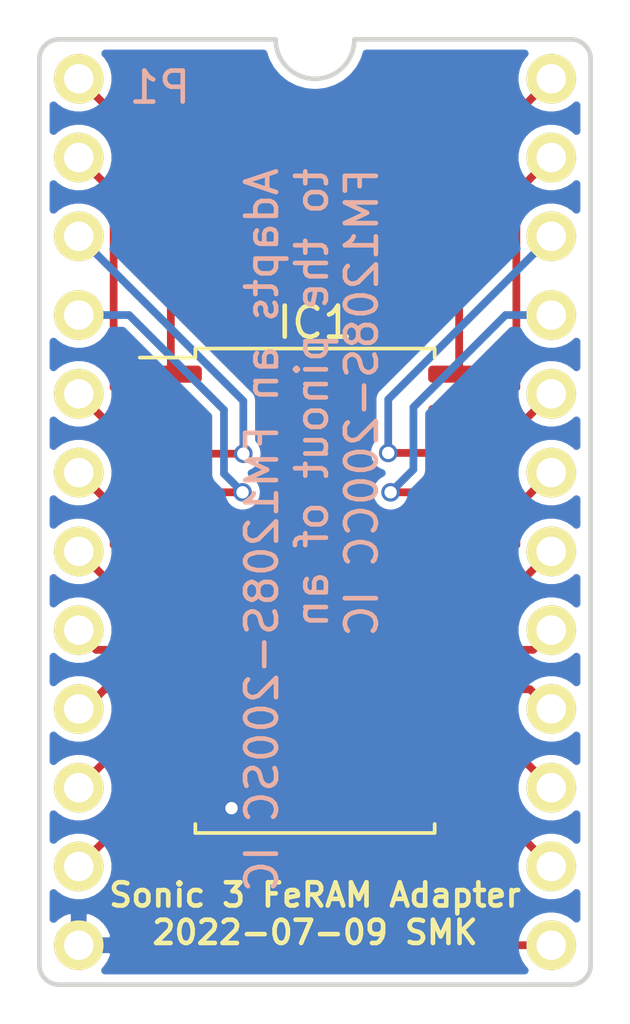
<source format=kicad_pcb>
(kicad_pcb (version 20171130) (host pcbnew 5.1.5+dfsg1-2build2)

  (general
    (thickness 1.6)
    (drawings 12)
    (tracks 86)
    (zones 0)
    (modules 2)
    (nets 25)
  )

  (page A4)
  (layers
    (0 F.Cu signal)
    (31 B.Cu signal)
    (32 B.Adhes user hide)
    (33 F.Adhes user hide)
    (34 B.Paste user hide)
    (35 F.Paste user hide)
    (36 B.SilkS user)
    (37 F.SilkS user)
    (38 B.Mask user hide)
    (39 F.Mask user)
    (40 Dwgs.User user hide)
    (41 Cmts.User user hide)
    (42 Eco1.User user hide)
    (43 Eco2.User user hide)
    (44 Edge.Cuts user hide)
    (45 Margin user hide)
    (46 B.CrtYd user)
    (47 F.CrtYd user)
    (48 B.Fab user hide)
    (49 F.Fab user hide)
  )

  (setup
    (last_trace_width 0.25)
    (trace_clearance 0.2)
    (zone_clearance 0.254)
    (zone_45_only no)
    (trace_min 0.2)
    (via_size 0.6)
    (via_drill 0.4)
    (via_min_size 0.4)
    (via_min_drill 0.3)
    (uvia_size 0.3)
    (uvia_drill 0.1)
    (uvias_allowed no)
    (uvia_min_size 0.2)
    (uvia_min_drill 0.1)
    (edge_width 0.15)
    (segment_width 0.2)
    (pcb_text_width 0.3)
    (pcb_text_size 1.5 1.5)
    (mod_edge_width 0.15)
    (mod_text_size 1 1)
    (mod_text_width 0.15)
    (pad_size 1.6 1.6)
    (pad_drill 0.95)
    (pad_to_mask_clearance 0.0762)
    (aux_axis_origin 0 0)
    (visible_elements FFFFFF7F)
    (pcbplotparams
      (layerselection 0x00030_80000001)
      (usegerberextensions false)
      (usegerberattributes false)
      (usegerberadvancedattributes false)
      (creategerberjobfile false)
      (excludeedgelayer true)
      (linewidth 0.100000)
      (plotframeref false)
      (viasonmask false)
      (mode 1)
      (useauxorigin false)
      (hpglpennumber 1)
      (hpglpenspeed 20)
      (hpglpendiameter 15.000000)
      (psnegative false)
      (psa4output false)
      (plotreference true)
      (plotvalue true)
      (plotinvisibletext false)
      (padsonsilk false)
      (subtractmaskfromsilk false)
      (outputformat 1)
      (mirror false)
      (drillshape 1)
      (scaleselection 1)
      (outputdirectory ""))
  )

  (net 0 "")
  (net 1 GND)
  (net 2 "Net-(IC1-Pad3)")
  (net 3 "Net-(IC1-Pad4)")
  (net 4 "Net-(IC1-Pad5)")
  (net 5 "Net-(IC1-Pad6)")
  (net 6 "Net-(IC1-Pad7)")
  (net 7 "Net-(IC1-Pad8)")
  (net 8 "Net-(IC1-Pad9)")
  (net 9 "Net-(IC1-Pad10)")
  (net 10 "Net-(IC1-Pad11)")
  (net 11 "Net-(IC1-Pad12)")
  (net 12 "Net-(IC1-Pad13)")
  (net 13 "Net-(IC1-Pad15)")
  (net 14 "Net-(IC1-Pad16)")
  (net 15 "Net-(IC1-Pad17)")
  (net 16 "Net-(IC1-Pad18)")
  (net 17 "Net-(IC1-Pad19)")
  (net 18 "Net-(IC1-Pad20)")
  (net 19 "Net-(IC1-Pad22)")
  (net 20 "Net-(IC1-Pad25)")
  (net 21 "Net-(IC1-Pad27)")
  (net 22 +5V)
  (net 23 "Net-(P1-Pad19)")
  (net 24 "Net-(P1-Pad22)")

  (net_class Default "This is the default net class."
    (clearance 0.2)
    (trace_width 0.25)
    (via_dia 0.6)
    (via_drill 0.4)
    (uvia_dia 0.3)
    (uvia_drill 0.1)
    (add_net +5V)
    (add_net GND)
    (add_net "Net-(IC1-Pad10)")
    (add_net "Net-(IC1-Pad11)")
    (add_net "Net-(IC1-Pad12)")
    (add_net "Net-(IC1-Pad13)")
    (add_net "Net-(IC1-Pad15)")
    (add_net "Net-(IC1-Pad16)")
    (add_net "Net-(IC1-Pad17)")
    (add_net "Net-(IC1-Pad18)")
    (add_net "Net-(IC1-Pad19)")
    (add_net "Net-(IC1-Pad20)")
    (add_net "Net-(IC1-Pad22)")
    (add_net "Net-(IC1-Pad25)")
    (add_net "Net-(IC1-Pad27)")
    (add_net "Net-(IC1-Pad3)")
    (add_net "Net-(IC1-Pad4)")
    (add_net "Net-(IC1-Pad5)")
    (add_net "Net-(IC1-Pad6)")
    (add_net "Net-(IC1-Pad7)")
    (add_net "Net-(IC1-Pad8)")
    (add_net "Net-(IC1-Pad9)")
    (add_net "Net-(P1-Pad19)")
    (add_net "Net-(P1-Pad22)")
  )

  (module Housings_DIP:DIP-24_W15.24mm (layer F.Cu) (tedit 57DC65B6) (tstamp 57C88CFF)
    (at 68.58 62.23)
    (descr "24-lead dip package, row spacing 15.24 mm (600 mils)")
    (tags "dil dip 2.54 600")
    (path /57C84E85)
    (fp_text reference P1 (at 2.6162 0.2794) (layer B.SilkS)
      (effects (font (size 1 1) (thickness 0.15)) (justify mirror))
    )
    (fp_text value CONN_02X12 (at 0 -3.72) (layer F.Fab)
      (effects (font (size 1 1) (thickness 0.15)))
    )
    (fp_line (start -1.05 -2.45) (end -1.05 30.4) (layer F.CrtYd) (width 0.05))
    (fp_line (start 16.3 -2.45) (end 16.3 30.4) (layer F.CrtYd) (width 0.05))
    (fp_line (start -1.05 -2.45) (end 16.3 -2.45) (layer F.CrtYd) (width 0.05))
    (fp_line (start -1.05 30.4) (end 16.3 30.4) (layer F.CrtYd) (width 0.05))
    (pad 1 thru_hole oval (at 0 0) (size 1.6 1.6) (drill 0.95) (layers *.Cu *.Mask F.SilkS)
      (net 2 "Net-(IC1-Pad3)"))
    (pad 2 thru_hole oval (at 0 2.54) (size 1.6 1.6) (drill 0.95) (layers *.Cu *.Mask F.SilkS)
      (net 3 "Net-(IC1-Pad4)"))
    (pad 3 thru_hole oval (at 0 5.08) (size 1.6 1.6) (drill 0.95) (layers *.Cu *.Mask F.SilkS)
      (net 4 "Net-(IC1-Pad5)"))
    (pad 4 thru_hole oval (at 0 7.62) (size 1.6 1.6) (drill 0.95) (layers *.Cu *.Mask F.SilkS)
      (net 5 "Net-(IC1-Pad6)"))
    (pad 5 thru_hole oval (at 0 10.16) (size 1.6 1.6) (drill 0.95) (layers *.Cu *.Mask F.SilkS)
      (net 6 "Net-(IC1-Pad7)"))
    (pad 6 thru_hole oval (at 0 12.7) (size 1.6 1.6) (drill 0.95) (layers *.Cu *.Mask F.SilkS)
      (net 7 "Net-(IC1-Pad8)"))
    (pad 7 thru_hole oval (at 0 15.24) (size 1.6 1.6) (drill 0.95) (layers *.Cu *.Mask F.SilkS)
      (net 8 "Net-(IC1-Pad9)"))
    (pad 8 thru_hole oval (at 0 17.78) (size 1.6 1.6) (drill 0.95) (layers *.Cu *.Mask F.SilkS)
      (net 9 "Net-(IC1-Pad10)"))
    (pad 9 thru_hole oval (at 0 20.32) (size 1.6 1.6) (drill 0.95) (layers *.Cu *.Mask F.SilkS)
      (net 10 "Net-(IC1-Pad11)"))
    (pad 10 thru_hole oval (at 0 22.86) (size 1.6 1.6) (drill 0.95) (layers *.Cu *.Mask F.SilkS)
      (net 11 "Net-(IC1-Pad12)"))
    (pad 11 thru_hole oval (at 0 25.4) (size 1.6 1.6) (drill 0.95) (layers *.Cu *.Mask F.SilkS)
      (net 12 "Net-(IC1-Pad13)"))
    (pad 12 thru_hole oval (at 0 27.94) (size 1.6 1.6) (drill 0.95) (layers *.Cu *.Mask F.SilkS)
      (net 1 GND))
    (pad 13 thru_hole oval (at 15.24 27.94) (size 1.6 1.6) (drill 0.95) (layers *.Cu *.Mask F.SilkS)
      (net 13 "Net-(IC1-Pad15)"))
    (pad 14 thru_hole oval (at 15.24 25.4) (size 1.6 1.6) (drill 0.95) (layers *.Cu *.Mask F.SilkS)
      (net 14 "Net-(IC1-Pad16)"))
    (pad 15 thru_hole oval (at 15.24 22.86) (size 1.6 1.6) (drill 0.95) (layers *.Cu *.Mask F.SilkS)
      (net 15 "Net-(IC1-Pad17)"))
    (pad 16 thru_hole oval (at 15.24 20.32) (size 1.6 1.6) (drill 0.95) (layers *.Cu *.Mask F.SilkS)
      (net 16 "Net-(IC1-Pad18)"))
    (pad 17 thru_hole oval (at 15.24 17.78) (size 1.6 1.6) (drill 0.95) (layers *.Cu *.Mask F.SilkS)
      (net 17 "Net-(IC1-Pad19)"))
    (pad 18 thru_hole oval (at 15.24 15.24) (size 1.6 1.6) (drill 0.95) (layers *.Cu *.Mask F.SilkS)
      (net 18 "Net-(IC1-Pad20)"))
    (pad 19 thru_hole oval (at 15.24 12.7) (size 1.6 1.6) (drill 0.95) (layers *.Cu *.Mask F.SilkS)
      (net 23 "Net-(P1-Pad19)"))
    (pad 20 thru_hole oval (at 15.24 10.16) (size 1.6 1.6) (drill 0.95) (layers *.Cu *.Mask F.SilkS)
      (net 19 "Net-(IC1-Pad22)"))
    (pad 21 thru_hole oval (at 15.24 7.62) (size 1.6 1.6) (drill 0.95) (layers *.Cu *.Mask F.SilkS)
      (net 21 "Net-(IC1-Pad27)"))
    (pad 22 thru_hole oval (at 15.24 5.08) (size 1.6 1.6) (drill 0.95) (layers *.Cu *.Mask F.SilkS)
      (net 24 "Net-(P1-Pad22)"))
    (pad 23 thru_hole oval (at 15.24 2.54) (size 1.6 1.6) (drill 0.95) (layers *.Cu *.Mask F.SilkS)
      (net 20 "Net-(IC1-Pad25)"))
    (pad 24 thru_hole oval (at 15.24 0) (size 1.6 1.6) (drill 0.95) (layers *.Cu *.Mask F.SilkS)
      (net 22 +5V))
    (model Pin_Headers.3dshapes/Pin_Header_Straight_1x12.wrl
      (offset (xyz 0 -13.96999979019165 -1.523999977111816))
      (scale (xyz 1 1 1))
      (rotate (xyz 0 180 90))
    )
    (model Pin_Headers.3dshapes/Pin_Header_Straight_1x12.wrl
      (offset (xyz 15.23999977111816 -13.96999979019165 -1.523999977111816))
      (scale (xyz 1 1 1))
      (rotate (xyz 0 180 90))
    )
  )

  (module Package_SO:SOP-24_7.5x15.4mm_P1.27mm (layer F.Cu) (tedit 5D9F72B1) (tstamp 62C974BE)
    (at 76.2 78.74)
    (descr "SOP, 24 Pin (http://www.issi.com/WW/pdf/31FL3218.pdf#page=14), generated with kicad-footprint-generator ipc_gullwing_generator.py")
    (tags "SOP SO")
    (attr smd)
    (fp_text reference IC1 (at 0 -8.65) (layer F.SilkS)
      (effects (font (size 1 1) (thickness 0.15)))
    )
    (fp_text value SOP-24_7.5x15.4mm_P1.27mm (at 0 8.65) (layer F.Fab)
      (effects (font (size 1 1) (thickness 0.15)))
    )
    (fp_text user %R (at 0 0) (layer F.Fab)
      (effects (font (size 1 1) (thickness 0.15)))
    )
    (fp_line (start 5.9 -7.95) (end -5.9 -7.95) (layer F.CrtYd) (width 0.05))
    (fp_line (start 5.9 7.95) (end 5.9 -7.95) (layer F.CrtYd) (width 0.05))
    (fp_line (start -5.9 7.95) (end 5.9 7.95) (layer F.CrtYd) (width 0.05))
    (fp_line (start -5.9 -7.95) (end -5.9 7.95) (layer F.CrtYd) (width 0.05))
    (fp_line (start -3.75 -6.7) (end -2.75 -7.7) (layer F.Fab) (width 0.1))
    (fp_line (start -3.75 7.7) (end -3.75 -6.7) (layer F.Fab) (width 0.1))
    (fp_line (start 3.75 7.7) (end -3.75 7.7) (layer F.Fab) (width 0.1))
    (fp_line (start 3.75 -7.7) (end 3.75 7.7) (layer F.Fab) (width 0.1))
    (fp_line (start -2.75 -7.7) (end 3.75 -7.7) (layer F.Fab) (width 0.1))
    (fp_line (start -3.86 -7.52) (end -5.65 -7.52) (layer F.SilkS) (width 0.12))
    (fp_line (start -3.86 -7.81) (end -3.86 -7.52) (layer F.SilkS) (width 0.12))
    (fp_line (start 0 -7.81) (end -3.86 -7.81) (layer F.SilkS) (width 0.12))
    (fp_line (start 3.86 -7.81) (end 3.86 -7.52) (layer F.SilkS) (width 0.12))
    (fp_line (start 0 -7.81) (end 3.86 -7.81) (layer F.SilkS) (width 0.12))
    (fp_line (start -3.86 7.81) (end -3.86 7.52) (layer F.SilkS) (width 0.12))
    (fp_line (start 0 7.81) (end -3.86 7.81) (layer F.SilkS) (width 0.12))
    (fp_line (start 3.86 7.81) (end 3.86 7.52) (layer F.SilkS) (width 0.12))
    (fp_line (start 0 7.81) (end 3.86 7.81) (layer F.SilkS) (width 0.12))
    (pad 24 smd roundrect (at 4.65 -6.985) (size 2 0.55) (layers F.Cu F.Paste F.Mask) (roundrect_rratio 0.25)
      (net 22 +5V))
    (pad 23 smd roundrect (at 4.65 -5.715) (size 2 0.55) (layers F.Cu F.Paste F.Mask) (roundrect_rratio 0.25)
      (net 20 "Net-(IC1-Pad25)"))
    (pad 22 smd roundrect (at 4.65 -4.445) (size 2 0.55) (layers F.Cu F.Paste F.Mask) (roundrect_rratio 0.25)
      (net 24 "Net-(P1-Pad22)"))
    (pad 21 smd roundrect (at 4.65 -3.175) (size 2 0.55) (layers F.Cu F.Paste F.Mask) (roundrect_rratio 0.25)
      (net 21 "Net-(IC1-Pad27)"))
    (pad 20 smd roundrect (at 4.65 -1.905) (size 2 0.55) (layers F.Cu F.Paste F.Mask) (roundrect_rratio 0.25)
      (net 19 "Net-(IC1-Pad22)"))
    (pad 19 smd roundrect (at 4.65 -0.635) (size 2 0.55) (layers F.Cu F.Paste F.Mask) (roundrect_rratio 0.25)
      (net 23 "Net-(P1-Pad19)"))
    (pad 18 smd roundrect (at 4.65 0.635) (size 2 0.55) (layers F.Cu F.Paste F.Mask) (roundrect_rratio 0.25)
      (net 18 "Net-(IC1-Pad20)"))
    (pad 17 smd roundrect (at 4.65 1.905) (size 2 0.55) (layers F.Cu F.Paste F.Mask) (roundrect_rratio 0.25)
      (net 17 "Net-(IC1-Pad19)"))
    (pad 16 smd roundrect (at 4.65 3.175) (size 2 0.55) (layers F.Cu F.Paste F.Mask) (roundrect_rratio 0.25)
      (net 16 "Net-(IC1-Pad18)"))
    (pad 15 smd roundrect (at 4.65 4.445) (size 2 0.55) (layers F.Cu F.Paste F.Mask) (roundrect_rratio 0.25)
      (net 15 "Net-(IC1-Pad17)"))
    (pad 14 smd roundrect (at 4.65 5.715) (size 2 0.55) (layers F.Cu F.Paste F.Mask) (roundrect_rratio 0.25)
      (net 14 "Net-(IC1-Pad16)"))
    (pad 13 smd roundrect (at 4.65 6.985) (size 2 0.55) (layers F.Cu F.Paste F.Mask) (roundrect_rratio 0.25)
      (net 13 "Net-(IC1-Pad15)"))
    (pad 12 smd roundrect (at -4.65 6.985) (size 2 0.55) (layers F.Cu F.Paste F.Mask) (roundrect_rratio 0.25)
      (net 1 GND))
    (pad 11 smd roundrect (at -4.65 5.715) (size 2 0.55) (layers F.Cu F.Paste F.Mask) (roundrect_rratio 0.25)
      (net 12 "Net-(IC1-Pad13)"))
    (pad 10 smd roundrect (at -4.65 4.445) (size 2 0.55) (layers F.Cu F.Paste F.Mask) (roundrect_rratio 0.25)
      (net 11 "Net-(IC1-Pad12)"))
    (pad 9 smd roundrect (at -4.65 3.175) (size 2 0.55) (layers F.Cu F.Paste F.Mask) (roundrect_rratio 0.25)
      (net 10 "Net-(IC1-Pad11)"))
    (pad 8 smd roundrect (at -4.65 1.905) (size 2 0.55) (layers F.Cu F.Paste F.Mask) (roundrect_rratio 0.25)
      (net 9 "Net-(IC1-Pad10)"))
    (pad 7 smd roundrect (at -4.65 0.635) (size 2 0.55) (layers F.Cu F.Paste F.Mask) (roundrect_rratio 0.25)
      (net 8 "Net-(IC1-Pad9)"))
    (pad 6 smd roundrect (at -4.65 -0.635) (size 2 0.55) (layers F.Cu F.Paste F.Mask) (roundrect_rratio 0.25)
      (net 7 "Net-(IC1-Pad8)"))
    (pad 5 smd roundrect (at -4.65 -1.905) (size 2 0.55) (layers F.Cu F.Paste F.Mask) (roundrect_rratio 0.25)
      (net 6 "Net-(IC1-Pad7)"))
    (pad 4 smd roundrect (at -4.65 -3.175) (size 2 0.55) (layers F.Cu F.Paste F.Mask) (roundrect_rratio 0.25)
      (net 5 "Net-(IC1-Pad6)"))
    (pad 3 smd roundrect (at -4.65 -4.445) (size 2 0.55) (layers F.Cu F.Paste F.Mask) (roundrect_rratio 0.25)
      (net 4 "Net-(IC1-Pad5)"))
    (pad 2 smd roundrect (at -4.65 -5.715) (size 2 0.55) (layers F.Cu F.Paste F.Mask) (roundrect_rratio 0.25)
      (net 3 "Net-(IC1-Pad4)"))
    (pad 1 smd roundrect (at -4.65 -6.985) (size 2 0.55) (layers F.Cu F.Paste F.Mask) (roundrect_rratio 0.25)
      (net 2 "Net-(IC1-Pad3)"))
    (model ${KISYS3DMOD}/Package_SO.3dshapes/SOP-24_7.5x15.4mm_P1.27mm.wrl
      (at (xyz 0 0 0))
      (scale (xyz 1 1 1))
      (rotate (xyz 0 0 0))
    )
  )

  (gr_text "Adapts an FM1208S-200SC IC \nto the pinout of an \nFM1208S-200CC IC" (at 76.0984 65.024 90) (layer B.SilkS)
    (effects (font (size 1 1) (thickness 0.15)) (justify left mirror))
  )
  (gr_text "Sonic 3 FeRAM Adapter\n2022-07-09 SMK" (at 76.2 89.154) (layer F.SilkS)
    (effects (font (size 0.75 0.75) (thickness 0.15)))
  )
  (gr_arc (start 67.945 90.805) (end 67.945 91.44) (angle 90) (layer Edge.Cuts) (width 0.15))
  (gr_arc (start 84.455 90.805) (end 85.09 90.805) (angle 90) (layer Edge.Cuts) (width 0.15))
  (gr_arc (start 84.455 61.595) (end 84.455 60.96) (angle 90) (layer Edge.Cuts) (width 0.15))
  (gr_arc (start 67.945 61.595) (end 67.31 61.595) (angle 90) (layer Edge.Cuts) (width 0.15))
  (gr_arc (start 76.2 60.96) (end 77.47 60.96) (angle 180) (layer Edge.Cuts) (width 0.15))
  (gr_line (start 77.47 60.96) (end 84.455 60.96) (layer Edge.Cuts) (width 0.15) (tstamp 57C89001))
  (gr_line (start 67.31 90.805) (end 67.31 61.595) (layer Edge.Cuts) (width 0.15))
  (gr_line (start 84.455 91.44) (end 67.945 91.44) (layer Edge.Cuts) (width 0.15))
  (gr_line (start 85.09 61.595) (end 85.09 90.805) (layer Edge.Cuts) (width 0.15))
  (gr_line (start 67.945 60.96) (end 74.93 60.96) (layer Edge.Cuts) (width 0.15))

  (via (at 73.5076 85.7504) (size 0.6) (drill 0.4) (layers F.Cu B.Cu) (net 1))
  (segment (start 73.4822 85.725) (end 73.5076 85.7504) (width 0.25) (layer F.Cu) (net 1))
  (segment (start 71.55 85.725) (end 73.4822 85.725) (width 0.25) (layer F.Cu) (net 1))
  (segment (start 71.55 65.2) (end 71.55 71.755) (width 0.25) (layer F.Cu) (net 2))
  (segment (start 68.58 62.23) (end 71.55 65.2) (width 0.25) (layer F.Cu) (net 2))
  (segment (start 70.55 73.025) (end 71.55 73.025) (width 0.25) (layer F.Cu) (net 3))
  (segment (start 69.705001 72.180001) (end 70.55 73.025) (width 0.25) (layer F.Cu) (net 3))
  (segment (start 69.705001 65.895001) (end 69.705001 72.180001) (width 0.25) (layer F.Cu) (net 3))
  (segment (start 68.58 64.77) (end 69.705001 65.895001) (width 0.25) (layer F.Cu) (net 3))
  (via (at 73.8886 74.3204) (size 0.6) (drill 0.4) (layers F.Cu B.Cu) (net 4))
  (segment (start 73.8886 72.6186) (end 73.8886 74.3204) (width 0.25) (layer B.Cu) (net 4))
  (segment (start 68.58 67.31) (end 73.8886 72.6186) (width 0.25) (layer B.Cu) (net 4))
  (segment (start 71.5754 74.3204) (end 71.55 74.295) (width 0.25) (layer F.Cu) (net 4))
  (segment (start 73.8886 74.3204) (end 71.5754 74.3204) (width 0.25) (layer F.Cu) (net 4))
  (via (at 73.8632 75.565) (size 0.6) (drill 0.4) (layers F.Cu B.Cu) (net 5))
  (segment (start 73.8632 75.565) (end 71.55 75.565) (width 0.25) (layer F.Cu) (net 5))
  (segment (start 73.263599 74.965399) (end 73.263599 72.907999) (width 0.25) (layer B.Cu) (net 5))
  (segment (start 73.8632 75.565) (end 73.263599 74.965399) (width 0.25) (layer B.Cu) (net 5))
  (segment (start 70.2056 69.85) (end 68.58 69.85) (width 0.25) (layer B.Cu) (net 5))
  (segment (start 73.263599 72.907999) (end 70.2056 69.85) (width 0.25) (layer B.Cu) (net 5))
  (segment (start 70.22499 76.50999) (end 70.55 76.835) (width 0.25) (layer F.Cu) (net 6))
  (segment (start 70.55 76.835) (end 71.55 76.835) (width 0.25) (layer F.Cu) (net 6))
  (segment (start 70.22499 74.03499) (end 70.22499 76.50999) (width 0.25) (layer F.Cu) (net 6))
  (segment (start 68.58 72.39) (end 70.22499 74.03499) (width 0.25) (layer F.Cu) (net 6))
  (segment (start 70.55 78.105) (end 71.55 78.105) (width 0.25) (layer F.Cu) (net 7))
  (segment (start 69.705001 77.260001) (end 70.55 78.105) (width 0.25) (layer F.Cu) (net 7))
  (segment (start 69.705001 76.055001) (end 69.705001 77.260001) (width 0.25) (layer F.Cu) (net 7))
  (segment (start 68.58 74.93) (end 69.705001 76.055001) (width 0.25) (layer F.Cu) (net 7))
  (segment (start 70.485 79.375) (end 71.55 79.375) (width 0.25) (layer F.Cu) (net 8))
  (segment (start 68.58 77.47) (end 70.485 79.375) (width 0.25) (layer F.Cu) (net 8))
  (segment (start 68.58 80.01) (end 68.58 80.0862) (width 0.25) (layer F.Cu) (net 9))
  (segment (start 69.1388 80.645) (end 71.55 80.645) (width 0.25) (layer F.Cu) (net 9))
  (segment (start 68.58 80.0862) (end 69.1388 80.645) (width 0.25) (layer F.Cu) (net 9))
  (segment (start 68.58 82.55) (end 68.7832 82.55) (width 0.25) (layer F.Cu) (net 10))
  (segment (start 69.4182 81.915) (end 71.55 81.915) (width 0.25) (layer F.Cu) (net 10))
  (segment (start 68.7832 82.55) (end 69.4182 81.915) (width 0.25) (layer F.Cu) (net 10))
  (segment (start 70.485 83.185) (end 71.55 83.185) (width 0.25) (layer F.Cu) (net 11))
  (segment (start 68.58 85.09) (end 70.485 83.185) (width 0.25) (layer F.Cu) (net 11))
  (segment (start 71.275 84.73) (end 71.55 84.455) (width 0.25) (layer F.Cu) (net 12))
  (segment (start 70.890912 84.73) (end 71.275 84.73) (width 0.25) (layer F.Cu) (net 12))
  (segment (start 69.379999 86.240913) (end 70.890912 84.73) (width 0.25) (layer F.Cu) (net 12))
  (segment (start 69.379999 86.830001) (end 69.379999 86.240913) (width 0.25) (layer F.Cu) (net 12))
  (segment (start 68.58 87.63) (end 69.379999 86.830001) (width 0.25) (layer F.Cu) (net 12))
  (segment (start 80.85 86) (end 80.85 85.725) (width 0.25) (layer F.Cu) (net 13))
  (segment (start 80.85 88.33137) (end 80.85 86) (width 0.25) (layer F.Cu) (net 13))
  (segment (start 82.68863 90.17) (end 80.85 88.33137) (width 0.25) (layer F.Cu) (net 13))
  (segment (start 83.82 90.17) (end 82.68863 90.17) (width 0.25) (layer F.Cu) (net 13))
  (segment (start 81.125 84.73) (end 80.85 84.455) (width 0.25) (layer F.Cu) (net 14))
  (segment (start 81.509088 84.73) (end 81.125 84.73) (width 0.25) (layer F.Cu) (net 14))
  (segment (start 83.020001 86.240913) (end 81.509088 84.73) (width 0.25) (layer F.Cu) (net 14))
  (segment (start 83.020001 86.830001) (end 83.020001 86.240913) (width 0.25) (layer F.Cu) (net 14))
  (segment (start 83.82 87.63) (end 83.020001 86.830001) (width 0.25) (layer F.Cu) (net 14))
  (segment (start 81.915 83.185) (end 80.85 83.185) (width 0.25) (layer F.Cu) (net 15))
  (segment (start 83.82 85.09) (end 81.915 83.185) (width 0.25) (layer F.Cu) (net 15))
  (segment (start 83.82 82.55) (end 83.7692 82.55) (width 0.25) (layer F.Cu) (net 16))
  (segment (start 83.1342 81.915) (end 80.85 81.915) (width 0.25) (layer F.Cu) (net 16))
  (segment (start 83.7692 82.55) (end 83.1342 81.915) (width 0.25) (layer F.Cu) (net 16))
  (segment (start 83.82 80.01) (end 83.82 80.0608) (width 0.25) (layer F.Cu) (net 17))
  (segment (start 83.2358 80.645) (end 80.85 80.645) (width 0.25) (layer F.Cu) (net 17))
  (segment (start 83.82 80.0608) (end 83.2358 80.645) (width 0.25) (layer F.Cu) (net 17))
  (segment (start 81.915 79.375) (end 80.85 79.375) (width 0.25) (layer F.Cu) (net 18))
  (segment (start 83.82 77.47) (end 81.915 79.375) (width 0.25) (layer F.Cu) (net 18))
  (segment (start 81.85 76.835) (end 80.85 76.835) (width 0.25) (layer F.Cu) (net 19))
  (segment (start 82.17501 76.50999) (end 81.85 76.835) (width 0.25) (layer F.Cu) (net 19))
  (segment (start 82.17501 74.03499) (end 82.17501 76.50999) (width 0.25) (layer F.Cu) (net 19))
  (segment (start 83.82 72.39) (end 82.17501 74.03499) (width 0.25) (layer F.Cu) (net 19))
  (segment (start 81.85 73.025) (end 80.85 73.025) (width 0.25) (layer F.Cu) (net 20))
  (segment (start 82.694999 72.180001) (end 81.85 73.025) (width 0.25) (layer F.Cu) (net 20))
  (segment (start 82.694999 65.895001) (end 82.694999 72.180001) (width 0.25) (layer F.Cu) (net 20))
  (segment (start 83.82 64.77) (end 82.694999 65.895001) (width 0.25) (layer F.Cu) (net 20))
  (via (at 78.6384 75.565) (size 0.6) (drill 0.4) (layers F.Cu B.Cu) (net 21))
  (segment (start 78.6384 75.565) (end 80.85 75.565) (width 0.25) (layer F.Cu) (net 21))
  (segment (start 78.6384 75.565) (end 79.375 74.8284) (width 0.25) (layer B.Cu) (net 21))
  (segment (start 79.375 74.8284) (end 79.375 72.8218) (width 0.25) (layer B.Cu) (net 21))
  (segment (start 82.3468 69.85) (end 83.82 69.85) (width 0.25) (layer B.Cu) (net 21))
  (segment (start 79.375 72.8218) (end 82.3468 69.85) (width 0.25) (layer B.Cu) (net 21))
  (segment (start 80.85 65.2) (end 80.85 71.755) (width 0.25) (layer F.Cu) (net 22))
  (segment (start 83.82 62.23) (end 80.85 65.2) (width 0.25) (layer F.Cu) (net 22))
  (segment (start 81.85 78.105) (end 80.85 78.105) (width 0.25) (layer F.Cu) (net 23))
  (segment (start 82.694999 77.260001) (end 81.85 78.105) (width 0.25) (layer F.Cu) (net 23))
  (segment (start 82.694999 76.055001) (end 82.694999 77.260001) (width 0.25) (layer F.Cu) (net 23))
  (segment (start 83.82 74.93) (end 82.694999 76.055001) (width 0.25) (layer F.Cu) (net 23))
  (via (at 78.5622 74.295) (size 0.6) (drill 0.4) (layers F.Cu B.Cu) (net 24))
  (segment (start 78.5622 72.5678) (end 78.5622 74.295) (width 0.25) (layer B.Cu) (net 24))
  (segment (start 83.82 67.31) (end 78.5622 72.5678) (width 0.25) (layer B.Cu) (net 24))
  (segment (start 78.5622 74.295) (end 80.85 74.295) (width 0.25) (layer F.Cu) (net 24))

  (zone (net 1) (net_name GND) (layer B.Cu) (tstamp 62C99C31) (hatch edge 0.508)
    (connect_pads (clearance 0.254))
    (min_thickness 0.254)
    (fill yes (arc_segments 16) (thermal_gap 0.254) (thermal_bridge_width 0.508))
    (polygon
      (pts
        (xy 66.04 59.69) (xy 86.36 59.69) (xy 86.36 92.71) (xy 66.04 92.71)
      )
    )
    (filled_polygon
      (pts
        (xy 74.598043 61.598186) (xy 74.614344 61.63622) (xy 74.630074 61.674385) (xy 74.633102 61.679986) (xy 74.75251 61.897188)
        (xy 74.77586 61.93129) (xy 74.798731 61.965714) (xy 74.80279 61.97062) (xy 74.962112 62.160492) (xy 74.991647 62.189415)
        (xy 75.020761 62.218734) (xy 75.02569 62.222752) (xy 75.025697 62.222759) (xy 75.025705 62.222764) (xy 75.218863 62.378069)
        (xy 75.253451 62.400703) (xy 75.287711 62.423812) (xy 75.293322 62.426794) (xy 75.293331 62.4268) (xy 75.29334 62.426804)
        (xy 75.512988 62.541632) (xy 75.551302 62.557112) (xy 75.589406 62.57313) (xy 75.595499 62.574969) (xy 75.595503 62.574971)
        (xy 75.595507 62.574972) (xy 75.833277 62.644952) (xy 75.873901 62.652702) (xy 75.914361 62.661007) (xy 75.920685 62.661627)
        (xy 75.920697 62.661629) (xy 75.920708 62.661629) (xy 76.167538 62.684092) (xy 76.208827 62.683804) (xy 76.250193 62.684093)
        (xy 76.25653 62.683471) (xy 76.256532 62.683471) (xy 76.503033 62.657563) (xy 76.543544 62.649248) (xy 76.584118 62.641508)
        (xy 76.590207 62.63967) (xy 76.590211 62.639669) (xy 76.590214 62.639668) (xy 76.826989 62.566373) (xy 76.865117 62.550346)
        (xy 76.903407 62.534876) (xy 76.909021 62.53189) (xy 76.909031 62.531886) (xy 76.909039 62.531881) (xy 77.127059 62.413998)
        (xy 77.161346 62.390872) (xy 77.195907 62.368256) (xy 77.200832 62.364239) (xy 77.20084 62.364233) (xy 77.200847 62.364226)
        (xy 77.391821 62.206239) (xy 77.420967 62.176889) (xy 77.450471 62.147997) (xy 77.454525 62.143096) (xy 77.454531 62.14309)
        (xy 77.454535 62.143083) (xy 77.611184 61.951013) (xy 77.634043 61.916608) (xy 77.657407 61.882486) (xy 77.660435 61.876885)
        (xy 77.776797 61.658038) (xy 77.792541 61.61984) (xy 77.808828 61.581841) (xy 77.81071 61.575759) (xy 77.858945 61.416)
        (xy 82.963815 61.416) (xy 82.902658 61.477157) (xy 82.773412 61.670587) (xy 82.684386 61.885515) (xy 82.639 62.113682)
        (xy 82.639 62.346318) (xy 82.684386 62.574485) (xy 82.773412 62.789413) (xy 82.902658 62.982843) (xy 83.067157 63.147342)
        (xy 83.260587 63.276588) (xy 83.475515 63.365614) (xy 83.703682 63.411) (xy 83.936318 63.411) (xy 84.164485 63.365614)
        (xy 84.379413 63.276588) (xy 84.572843 63.147342) (xy 84.634 63.086185) (xy 84.634 63.913815) (xy 84.572843 63.852658)
        (xy 84.379413 63.723412) (xy 84.164485 63.634386) (xy 83.936318 63.589) (xy 83.703682 63.589) (xy 83.475515 63.634386)
        (xy 83.260587 63.723412) (xy 83.067157 63.852658) (xy 82.902658 64.017157) (xy 82.773412 64.210587) (xy 82.684386 64.425515)
        (xy 82.639 64.653682) (xy 82.639 64.886318) (xy 82.684386 65.114485) (xy 82.773412 65.329413) (xy 82.902658 65.522843)
        (xy 83.067157 65.687342) (xy 83.260587 65.816588) (xy 83.475515 65.905614) (xy 83.703682 65.951) (xy 83.936318 65.951)
        (xy 84.164485 65.905614) (xy 84.379413 65.816588) (xy 84.572843 65.687342) (xy 84.634 65.626185) (xy 84.634 66.453815)
        (xy 84.572843 66.392658) (xy 84.379413 66.263412) (xy 84.164485 66.174386) (xy 83.936318 66.129) (xy 83.703682 66.129)
        (xy 83.475515 66.174386) (xy 83.260587 66.263412) (xy 83.067157 66.392658) (xy 82.902658 66.557157) (xy 82.773412 66.750587)
        (xy 82.684386 66.965515) (xy 82.639 67.193682) (xy 82.639 67.426318) (xy 82.684386 67.654485) (xy 82.70651 67.707898)
        (xy 78.221985 72.192424) (xy 78.202673 72.208273) (xy 78.139441 72.285321) (xy 78.092455 72.373226) (xy 78.063522 72.468608)
        (xy 78.0562 72.542947) (xy 78.0562 72.542954) (xy 78.053753 72.5678) (xy 78.0562 72.592647) (xy 78.056201 73.83792)
        (xy 78.033233 73.860888) (xy 77.958706 73.972426) (xy 77.907371 74.09636) (xy 77.8812 74.227927) (xy 77.8812 74.362073)
        (xy 77.907371 74.49364) (xy 77.958706 74.617574) (xy 78.033233 74.729112) (xy 78.128088 74.823967) (xy 78.239626 74.898494)
        (xy 78.353788 74.945781) (xy 78.315826 74.961506) (xy 78.204288 75.036033) (xy 78.109433 75.130888) (xy 78.034906 75.242426)
        (xy 77.983571 75.36636) (xy 77.9574 75.497927) (xy 77.9574 75.632073) (xy 77.983571 75.76364) (xy 78.034906 75.887574)
        (xy 78.109433 75.999112) (xy 78.204288 76.093967) (xy 78.315826 76.168494) (xy 78.43976 76.219829) (xy 78.571327 76.246)
        (xy 78.705473 76.246) (xy 78.83704 76.219829) (xy 78.960974 76.168494) (xy 79.072512 76.093967) (xy 79.167367 75.999112)
        (xy 79.241894 75.887574) (xy 79.293229 75.76364) (xy 79.3194 75.632073) (xy 79.3194 75.599591) (xy 79.71522 75.203772)
        (xy 79.734527 75.187927) (xy 79.797759 75.110879) (xy 79.844745 75.022975) (xy 79.873678 74.927593) (xy 79.881 74.853254)
        (xy 79.881 74.853253) (xy 79.883448 74.8284) (xy 79.881 74.803546) (xy 79.881 73.031391) (xy 82.556392 70.356)
        (xy 82.751288 70.356) (xy 82.773412 70.409413) (xy 82.902658 70.602843) (xy 83.067157 70.767342) (xy 83.260587 70.896588)
        (xy 83.475515 70.985614) (xy 83.703682 71.031) (xy 83.936318 71.031) (xy 84.164485 70.985614) (xy 84.379413 70.896588)
        (xy 84.572843 70.767342) (xy 84.634 70.706185) (xy 84.634 71.533815) (xy 84.572843 71.472658) (xy 84.379413 71.343412)
        (xy 84.164485 71.254386) (xy 83.936318 71.209) (xy 83.703682 71.209) (xy 83.475515 71.254386) (xy 83.260587 71.343412)
        (xy 83.067157 71.472658) (xy 82.902658 71.637157) (xy 82.773412 71.830587) (xy 82.684386 72.045515) (xy 82.639 72.273682)
        (xy 82.639 72.506318) (xy 82.684386 72.734485) (xy 82.773412 72.949413) (xy 82.902658 73.142843) (xy 83.067157 73.307342)
        (xy 83.260587 73.436588) (xy 83.475515 73.525614) (xy 83.703682 73.571) (xy 83.936318 73.571) (xy 84.164485 73.525614)
        (xy 84.379413 73.436588) (xy 84.572843 73.307342) (xy 84.634 73.246185) (xy 84.634 74.073815) (xy 84.572843 74.012658)
        (xy 84.379413 73.883412) (xy 84.164485 73.794386) (xy 83.936318 73.749) (xy 83.703682 73.749) (xy 83.475515 73.794386)
        (xy 83.260587 73.883412) (xy 83.067157 74.012658) (xy 82.902658 74.177157) (xy 82.773412 74.370587) (xy 82.684386 74.585515)
        (xy 82.639 74.813682) (xy 82.639 75.046318) (xy 82.684386 75.274485) (xy 82.773412 75.489413) (xy 82.902658 75.682843)
        (xy 83.067157 75.847342) (xy 83.260587 75.976588) (xy 83.475515 76.065614) (xy 83.703682 76.111) (xy 83.936318 76.111)
        (xy 84.164485 76.065614) (xy 84.379413 75.976588) (xy 84.572843 75.847342) (xy 84.634 75.786185) (xy 84.634001 76.613816)
        (xy 84.572843 76.552658) (xy 84.379413 76.423412) (xy 84.164485 76.334386) (xy 83.936318 76.289) (xy 83.703682 76.289)
        (xy 83.475515 76.334386) (xy 83.260587 76.423412) (xy 83.067157 76.552658) (xy 82.902658 76.717157) (xy 82.773412 76.910587)
        (xy 82.684386 77.125515) (xy 82.639 77.353682) (xy 82.639 77.586318) (xy 82.684386 77.814485) (xy 82.773412 78.029413)
        (xy 82.902658 78.222843) (xy 83.067157 78.387342) (xy 83.260587 78.516588) (xy 83.475515 78.605614) (xy 83.703682 78.651)
        (xy 83.936318 78.651) (xy 84.164485 78.605614) (xy 84.379413 78.516588) (xy 84.572843 78.387342) (xy 84.634001 78.326184)
        (xy 84.634001 79.153816) (xy 84.572843 79.092658) (xy 84.379413 78.963412) (xy 84.164485 78.874386) (xy 83.936318 78.829)
        (xy 83.703682 78.829) (xy 83.475515 78.874386) (xy 83.260587 78.963412) (xy 83.067157 79.092658) (xy 82.902658 79.257157)
        (xy 82.773412 79.450587) (xy 82.684386 79.665515) (xy 82.639 79.893682) (xy 82.639 80.126318) (xy 82.684386 80.354485)
        (xy 82.773412 80.569413) (xy 82.902658 80.762843) (xy 83.067157 80.927342) (xy 83.260587 81.056588) (xy 83.475515 81.145614)
        (xy 83.703682 81.191) (xy 83.936318 81.191) (xy 84.164485 81.145614) (xy 84.379413 81.056588) (xy 84.572843 80.927342)
        (xy 84.634001 80.866184) (xy 84.634001 81.693816) (xy 84.572843 81.632658) (xy 84.379413 81.503412) (xy 84.164485 81.414386)
        (xy 83.936318 81.369) (xy 83.703682 81.369) (xy 83.475515 81.414386) (xy 83.260587 81.503412) (xy 83.067157 81.632658)
        (xy 82.902658 81.797157) (xy 82.773412 81.990587) (xy 82.684386 82.205515) (xy 82.639 82.433682) (xy 82.639 82.666318)
        (xy 82.684386 82.894485) (xy 82.773412 83.109413) (xy 82.902658 83.302843) (xy 83.067157 83.467342) (xy 83.260587 83.596588)
        (xy 83.475515 83.685614) (xy 83.703682 83.731) (xy 83.936318 83.731) (xy 84.164485 83.685614) (xy 84.379413 83.596588)
        (xy 84.572843 83.467342) (xy 84.634001 83.406184) (xy 84.634001 84.233816) (xy 84.572843 84.172658) (xy 84.379413 84.043412)
        (xy 84.164485 83.954386) (xy 83.936318 83.909) (xy 83.703682 83.909) (xy 83.475515 83.954386) (xy 83.260587 84.043412)
        (xy 83.067157 84.172658) (xy 82.902658 84.337157) (xy 82.773412 84.530587) (xy 82.684386 84.745515) (xy 82.639 84.973682)
        (xy 82.639 85.206318) (xy 82.684386 85.434485) (xy 82.773412 85.649413) (xy 82.902658 85.842843) (xy 83.067157 86.007342)
        (xy 83.260587 86.136588) (xy 83.475515 86.225614) (xy 83.703682 86.271) (xy 83.936318 86.271) (xy 84.164485 86.225614)
        (xy 84.379413 86.136588) (xy 84.572843 86.007342) (xy 84.634001 85.946184) (xy 84.634001 86.773816) (xy 84.572843 86.712658)
        (xy 84.379413 86.583412) (xy 84.164485 86.494386) (xy 83.936318 86.449) (xy 83.703682 86.449) (xy 83.475515 86.494386)
        (xy 83.260587 86.583412) (xy 83.067157 86.712658) (xy 82.902658 86.877157) (xy 82.773412 87.070587) (xy 82.684386 87.285515)
        (xy 82.639 87.513682) (xy 82.639 87.746318) (xy 82.684386 87.974485) (xy 82.773412 88.189413) (xy 82.902658 88.382843)
        (xy 83.067157 88.547342) (xy 83.260587 88.676588) (xy 83.475515 88.765614) (xy 83.703682 88.811) (xy 83.936318 88.811)
        (xy 84.164485 88.765614) (xy 84.379413 88.676588) (xy 84.572843 88.547342) (xy 84.634001 88.486184) (xy 84.634001 89.313816)
        (xy 84.572843 89.252658) (xy 84.379413 89.123412) (xy 84.164485 89.034386) (xy 83.936318 88.989) (xy 83.703682 88.989)
        (xy 83.475515 89.034386) (xy 83.260587 89.123412) (xy 83.067157 89.252658) (xy 82.902658 89.417157) (xy 82.773412 89.610587)
        (xy 82.684386 89.825515) (xy 82.639 90.053682) (xy 82.639 90.286318) (xy 82.684386 90.514485) (xy 82.773412 90.729413)
        (xy 82.902658 90.922843) (xy 82.963815 90.984) (xy 69.429954 90.984) (xy 69.470278 90.946003) (xy 69.604562 90.757408)
        (xy 69.699473 90.546239) (xy 69.719829 90.479114) (xy 69.658297 90.297) (xy 68.707 90.297) (xy 68.707 90.317)
        (xy 68.453 90.317) (xy 68.453 90.297) (xy 68.433 90.297) (xy 68.433 90.043) (xy 68.453 90.043)
        (xy 68.453 89.091092) (xy 68.707 89.091092) (xy 68.707 90.043) (xy 69.658297 90.043) (xy 69.719829 89.860886)
        (xy 69.699473 89.793761) (xy 69.604562 89.582592) (xy 69.470278 89.393997) (xy 69.301781 89.235223) (xy 69.105546 89.112372)
        (xy 68.889115 89.030165) (xy 68.707 89.091092) (xy 68.453 89.091092) (xy 68.270885 89.030165) (xy 68.054454 89.112372)
        (xy 67.858219 89.235223) (xy 67.766 89.322121) (xy 67.766 88.486185) (xy 67.827157 88.547342) (xy 68.020587 88.676588)
        (xy 68.235515 88.765614) (xy 68.463682 88.811) (xy 68.696318 88.811) (xy 68.924485 88.765614) (xy 69.139413 88.676588)
        (xy 69.332843 88.547342) (xy 69.497342 88.382843) (xy 69.626588 88.189413) (xy 69.715614 87.974485) (xy 69.761 87.746318)
        (xy 69.761 87.513682) (xy 69.715614 87.285515) (xy 69.626588 87.070587) (xy 69.497342 86.877157) (xy 69.332843 86.712658)
        (xy 69.139413 86.583412) (xy 68.924485 86.494386) (xy 68.696318 86.449) (xy 68.463682 86.449) (xy 68.235515 86.494386)
        (xy 68.020587 86.583412) (xy 67.827157 86.712658) (xy 67.766 86.773815) (xy 67.766 85.946185) (xy 67.827157 86.007342)
        (xy 68.020587 86.136588) (xy 68.235515 86.225614) (xy 68.463682 86.271) (xy 68.696318 86.271) (xy 68.924485 86.225614)
        (xy 69.139413 86.136588) (xy 69.332843 86.007342) (xy 69.497342 85.842843) (xy 69.626588 85.649413) (xy 69.715614 85.434485)
        (xy 69.761 85.206318) (xy 69.761 84.973682) (xy 69.715614 84.745515) (xy 69.626588 84.530587) (xy 69.497342 84.337157)
        (xy 69.332843 84.172658) (xy 69.139413 84.043412) (xy 68.924485 83.954386) (xy 68.696318 83.909) (xy 68.463682 83.909)
        (xy 68.235515 83.954386) (xy 68.020587 84.043412) (xy 67.827157 84.172658) (xy 67.766 84.233815) (xy 67.766 83.406185)
        (xy 67.827157 83.467342) (xy 68.020587 83.596588) (xy 68.235515 83.685614) (xy 68.463682 83.731) (xy 68.696318 83.731)
        (xy 68.924485 83.685614) (xy 69.139413 83.596588) (xy 69.332843 83.467342) (xy 69.497342 83.302843) (xy 69.626588 83.109413)
        (xy 69.715614 82.894485) (xy 69.761 82.666318) (xy 69.761 82.433682) (xy 69.715614 82.205515) (xy 69.626588 81.990587)
        (xy 69.497342 81.797157) (xy 69.332843 81.632658) (xy 69.139413 81.503412) (xy 68.924485 81.414386) (xy 68.696318 81.369)
        (xy 68.463682 81.369) (xy 68.235515 81.414386) (xy 68.020587 81.503412) (xy 67.827157 81.632658) (xy 67.766 81.693815)
        (xy 67.766 80.866185) (xy 67.827157 80.927342) (xy 68.020587 81.056588) (xy 68.235515 81.145614) (xy 68.463682 81.191)
        (xy 68.696318 81.191) (xy 68.924485 81.145614) (xy 69.139413 81.056588) (xy 69.332843 80.927342) (xy 69.497342 80.762843)
        (xy 69.626588 80.569413) (xy 69.715614 80.354485) (xy 69.761 80.126318) (xy 69.761 79.893682) (xy 69.715614 79.665515)
        (xy 69.626588 79.450587) (xy 69.497342 79.257157) (xy 69.332843 79.092658) (xy 69.139413 78.963412) (xy 68.924485 78.874386)
        (xy 68.696318 78.829) (xy 68.463682 78.829) (xy 68.235515 78.874386) (xy 68.020587 78.963412) (xy 67.827157 79.092658)
        (xy 67.766 79.153815) (xy 67.766 78.326185) (xy 67.827157 78.387342) (xy 68.020587 78.516588) (xy 68.235515 78.605614)
        (xy 68.463682 78.651) (xy 68.696318 78.651) (xy 68.924485 78.605614) (xy 69.139413 78.516588) (xy 69.332843 78.387342)
        (xy 69.497342 78.222843) (xy 69.626588 78.029413) (xy 69.715614 77.814485) (xy 69.761 77.586318) (xy 69.761 77.353682)
        (xy 69.715614 77.125515) (xy 69.626588 76.910587) (xy 69.497342 76.717157) (xy 69.332843 76.552658) (xy 69.139413 76.423412)
        (xy 68.924485 76.334386) (xy 68.696318 76.289) (xy 68.463682 76.289) (xy 68.235515 76.334386) (xy 68.020587 76.423412)
        (xy 67.827157 76.552658) (xy 67.766 76.613815) (xy 67.766 75.786185) (xy 67.827157 75.847342) (xy 68.020587 75.976588)
        (xy 68.235515 76.065614) (xy 68.463682 76.111) (xy 68.696318 76.111) (xy 68.924485 76.065614) (xy 69.139413 75.976588)
        (xy 69.332843 75.847342) (xy 69.497342 75.682843) (xy 69.626588 75.489413) (xy 69.715614 75.274485) (xy 69.761 75.046318)
        (xy 69.761 74.813682) (xy 69.715614 74.585515) (xy 69.626588 74.370587) (xy 69.497342 74.177157) (xy 69.332843 74.012658)
        (xy 69.139413 73.883412) (xy 68.924485 73.794386) (xy 68.696318 73.749) (xy 68.463682 73.749) (xy 68.235515 73.794386)
        (xy 68.020587 73.883412) (xy 67.827157 74.012658) (xy 67.766 74.073815) (xy 67.766 73.246185) (xy 67.827157 73.307342)
        (xy 68.020587 73.436588) (xy 68.235515 73.525614) (xy 68.463682 73.571) (xy 68.696318 73.571) (xy 68.924485 73.525614)
        (xy 69.139413 73.436588) (xy 69.332843 73.307342) (xy 69.497342 73.142843) (xy 69.626588 72.949413) (xy 69.715614 72.734485)
        (xy 69.761 72.506318) (xy 69.761 72.273682) (xy 69.715614 72.045515) (xy 69.626588 71.830587) (xy 69.497342 71.637157)
        (xy 69.332843 71.472658) (xy 69.139413 71.343412) (xy 68.924485 71.254386) (xy 68.696318 71.209) (xy 68.463682 71.209)
        (xy 68.235515 71.254386) (xy 68.020587 71.343412) (xy 67.827157 71.472658) (xy 67.766 71.533815) (xy 67.766 70.706185)
        (xy 67.827157 70.767342) (xy 68.020587 70.896588) (xy 68.235515 70.985614) (xy 68.463682 71.031) (xy 68.696318 71.031)
        (xy 68.924485 70.985614) (xy 69.139413 70.896588) (xy 69.332843 70.767342) (xy 69.497342 70.602843) (xy 69.626588 70.409413)
        (xy 69.648712 70.356) (xy 69.996009 70.356) (xy 72.7576 73.117592) (xy 72.757599 74.940553) (xy 72.755152 74.965399)
        (xy 72.757599 74.990245) (xy 72.757599 74.990252) (xy 72.764921 75.064591) (xy 72.793854 75.159973) (xy 72.84084 75.247878)
        (xy 72.904072 75.324926) (xy 72.923384 75.340775) (xy 73.1822 75.599591) (xy 73.1822 75.632073) (xy 73.208371 75.76364)
        (xy 73.259706 75.887574) (xy 73.334233 75.999112) (xy 73.429088 76.093967) (xy 73.540626 76.168494) (xy 73.66456 76.219829)
        (xy 73.796127 76.246) (xy 73.930273 76.246) (xy 74.06184 76.219829) (xy 74.185774 76.168494) (xy 74.297312 76.093967)
        (xy 74.392167 75.999112) (xy 74.466694 75.887574) (xy 74.518029 75.76364) (xy 74.5442 75.632073) (xy 74.5442 75.497927)
        (xy 74.518029 75.36636) (xy 74.466694 75.242426) (xy 74.392167 75.130888) (xy 74.297312 75.036033) (xy 74.185774 74.961506)
        (xy 74.153072 74.94796) (xy 74.211174 74.923894) (xy 74.322712 74.849367) (xy 74.417567 74.754512) (xy 74.492094 74.642974)
        (xy 74.543429 74.51904) (xy 74.5696 74.387473) (xy 74.5696 74.253327) (xy 74.543429 74.12176) (xy 74.492094 73.997826)
        (xy 74.417567 73.886288) (xy 74.3946 73.863321) (xy 74.3946 72.643445) (xy 74.397047 72.618599) (xy 74.3946 72.593753)
        (xy 74.3946 72.593746) (xy 74.387278 72.519407) (xy 74.375804 72.481579) (xy 74.358345 72.424025) (xy 74.345263 72.399551)
        (xy 74.311359 72.336121) (xy 74.248127 72.259073) (xy 74.22882 72.243228) (xy 69.693489 67.707898) (xy 69.715614 67.654485)
        (xy 69.761 67.426318) (xy 69.761 67.193682) (xy 69.715614 66.965515) (xy 69.626588 66.750587) (xy 69.497342 66.557157)
        (xy 69.332843 66.392658) (xy 69.139413 66.263412) (xy 68.924485 66.174386) (xy 68.696318 66.129) (xy 68.463682 66.129)
        (xy 68.235515 66.174386) (xy 68.020587 66.263412) (xy 67.827157 66.392658) (xy 67.766 66.453815) (xy 67.766 65.626185)
        (xy 67.827157 65.687342) (xy 68.020587 65.816588) (xy 68.235515 65.905614) (xy 68.463682 65.951) (xy 68.696318 65.951)
        (xy 68.924485 65.905614) (xy 69.139413 65.816588) (xy 69.332843 65.687342) (xy 69.497342 65.522843) (xy 69.626588 65.329413)
        (xy 69.715614 65.114485) (xy 69.761 64.886318) (xy 69.761 64.653682) (xy 69.715614 64.425515) (xy 69.626588 64.210587)
        (xy 69.497342 64.017157) (xy 69.332843 63.852658) (xy 69.139413 63.723412) (xy 68.924485 63.634386) (xy 68.696318 63.589)
        (xy 68.463682 63.589) (xy 68.235515 63.634386) (xy 68.020587 63.723412) (xy 67.827157 63.852658) (xy 67.766 63.913815)
        (xy 67.766 63.086185) (xy 67.827157 63.147342) (xy 68.020587 63.276588) (xy 68.235515 63.365614) (xy 68.463682 63.411)
        (xy 68.696318 63.411) (xy 68.924485 63.365614) (xy 69.139413 63.276588) (xy 69.332843 63.147342) (xy 69.497342 62.982843)
        (xy 69.626588 62.789413) (xy 69.715614 62.574485) (xy 69.761 62.346318) (xy 69.761 62.113682) (xy 69.715614 61.885515)
        (xy 69.626588 61.670587) (xy 69.497342 61.477157) (xy 69.436185 61.416) (xy 74.540251 61.416)
      )
    )
  )
)

</source>
